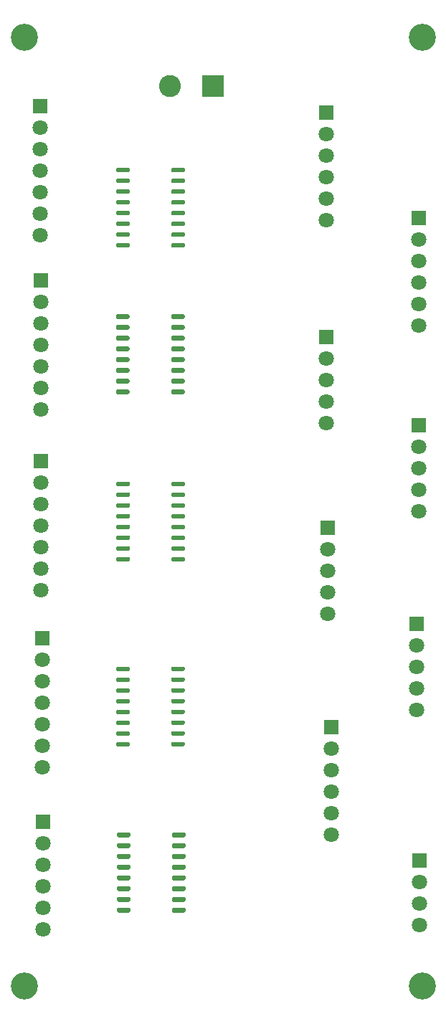
<source format=gts>
%TF.GenerationSoftware,KiCad,Pcbnew,(5.1.10-1-10_14)*%
%TF.CreationDate,2022-05-12T15:34:21+03:00*%
%TF.ProjectId,Logic_signal_amplifier,4c6f6769-635f-4736-9967-6e616c5f616d,rev?*%
%TF.SameCoordinates,Original*%
%TF.FileFunction,Soldermask,Top*%
%TF.FilePolarity,Negative*%
%FSLAX46Y46*%
G04 Gerber Fmt 4.6, Leading zero omitted, Abs format (unit mm)*
G04 Created by KiCad (PCBNEW (5.1.10-1-10_14)) date 2022-05-12 15:34:21*
%MOMM*%
%LPD*%
G01*
G04 APERTURE LIST*
%ADD10C,3.200000*%
%ADD11C,2.600000*%
%ADD12R,2.600000X2.600000*%
%ADD13C,1.800000*%
%ADD14R,1.800000X1.800000*%
G04 APERTURE END LIST*
D10*
%TO.C,H4*%
X144000000Y-147000000D03*
%TD*%
%TO.C,H3*%
X97000000Y-147000000D03*
%TD*%
%TO.C,H2*%
X144000000Y-35000000D03*
%TD*%
%TO.C,H1*%
X97000000Y-35000000D03*
%TD*%
%TO.C,U5*%
G36*
G01*
X114450000Y-129292500D02*
X114450000Y-129017500D01*
G75*
G02*
X114587500Y-128880000I137500J0D01*
G01*
X115912500Y-128880000D01*
G75*
G02*
X116050000Y-129017500I0J-137500D01*
G01*
X116050000Y-129292500D01*
G75*
G02*
X115912500Y-129430000I-137500J0D01*
G01*
X114587500Y-129430000D01*
G75*
G02*
X114450000Y-129292500I0J137500D01*
G01*
G37*
G36*
G01*
X114450000Y-130562500D02*
X114450000Y-130287500D01*
G75*
G02*
X114587500Y-130150000I137500J0D01*
G01*
X115912500Y-130150000D01*
G75*
G02*
X116050000Y-130287500I0J-137500D01*
G01*
X116050000Y-130562500D01*
G75*
G02*
X115912500Y-130700000I-137500J0D01*
G01*
X114587500Y-130700000D01*
G75*
G02*
X114450000Y-130562500I0J137500D01*
G01*
G37*
G36*
G01*
X114450000Y-131832500D02*
X114450000Y-131557500D01*
G75*
G02*
X114587500Y-131420000I137500J0D01*
G01*
X115912500Y-131420000D01*
G75*
G02*
X116050000Y-131557500I0J-137500D01*
G01*
X116050000Y-131832500D01*
G75*
G02*
X115912500Y-131970000I-137500J0D01*
G01*
X114587500Y-131970000D01*
G75*
G02*
X114450000Y-131832500I0J137500D01*
G01*
G37*
G36*
G01*
X114450000Y-133102500D02*
X114450000Y-132827500D01*
G75*
G02*
X114587500Y-132690000I137500J0D01*
G01*
X115912500Y-132690000D01*
G75*
G02*
X116050000Y-132827500I0J-137500D01*
G01*
X116050000Y-133102500D01*
G75*
G02*
X115912500Y-133240000I-137500J0D01*
G01*
X114587500Y-133240000D01*
G75*
G02*
X114450000Y-133102500I0J137500D01*
G01*
G37*
G36*
G01*
X114450000Y-134372500D02*
X114450000Y-134097500D01*
G75*
G02*
X114587500Y-133960000I137500J0D01*
G01*
X115912500Y-133960000D01*
G75*
G02*
X116050000Y-134097500I0J-137500D01*
G01*
X116050000Y-134372500D01*
G75*
G02*
X115912500Y-134510000I-137500J0D01*
G01*
X114587500Y-134510000D01*
G75*
G02*
X114450000Y-134372500I0J137500D01*
G01*
G37*
G36*
G01*
X114450000Y-135642500D02*
X114450000Y-135367500D01*
G75*
G02*
X114587500Y-135230000I137500J0D01*
G01*
X115912500Y-135230000D01*
G75*
G02*
X116050000Y-135367500I0J-137500D01*
G01*
X116050000Y-135642500D01*
G75*
G02*
X115912500Y-135780000I-137500J0D01*
G01*
X114587500Y-135780000D01*
G75*
G02*
X114450000Y-135642500I0J137500D01*
G01*
G37*
G36*
G01*
X114450000Y-136912500D02*
X114450000Y-136637500D01*
G75*
G02*
X114587500Y-136500000I137500J0D01*
G01*
X115912500Y-136500000D01*
G75*
G02*
X116050000Y-136637500I0J-137500D01*
G01*
X116050000Y-136912500D01*
G75*
G02*
X115912500Y-137050000I-137500J0D01*
G01*
X114587500Y-137050000D01*
G75*
G02*
X114450000Y-136912500I0J137500D01*
G01*
G37*
G36*
G01*
X114450000Y-138182500D02*
X114450000Y-137907500D01*
G75*
G02*
X114587500Y-137770000I137500J0D01*
G01*
X115912500Y-137770000D01*
G75*
G02*
X116050000Y-137907500I0J-137500D01*
G01*
X116050000Y-138182500D01*
G75*
G02*
X115912500Y-138320000I-137500J0D01*
G01*
X114587500Y-138320000D01*
G75*
G02*
X114450000Y-138182500I0J137500D01*
G01*
G37*
G36*
G01*
X107950000Y-138182500D02*
X107950000Y-137907500D01*
G75*
G02*
X108087500Y-137770000I137500J0D01*
G01*
X109412500Y-137770000D01*
G75*
G02*
X109550000Y-137907500I0J-137500D01*
G01*
X109550000Y-138182500D01*
G75*
G02*
X109412500Y-138320000I-137500J0D01*
G01*
X108087500Y-138320000D01*
G75*
G02*
X107950000Y-138182500I0J137500D01*
G01*
G37*
G36*
G01*
X107950000Y-136912500D02*
X107950000Y-136637500D01*
G75*
G02*
X108087500Y-136500000I137500J0D01*
G01*
X109412500Y-136500000D01*
G75*
G02*
X109550000Y-136637500I0J-137500D01*
G01*
X109550000Y-136912500D01*
G75*
G02*
X109412500Y-137050000I-137500J0D01*
G01*
X108087500Y-137050000D01*
G75*
G02*
X107950000Y-136912500I0J137500D01*
G01*
G37*
G36*
G01*
X107950000Y-135642500D02*
X107950000Y-135367500D01*
G75*
G02*
X108087500Y-135230000I137500J0D01*
G01*
X109412500Y-135230000D01*
G75*
G02*
X109550000Y-135367500I0J-137500D01*
G01*
X109550000Y-135642500D01*
G75*
G02*
X109412500Y-135780000I-137500J0D01*
G01*
X108087500Y-135780000D01*
G75*
G02*
X107950000Y-135642500I0J137500D01*
G01*
G37*
G36*
G01*
X107950000Y-134372500D02*
X107950000Y-134097500D01*
G75*
G02*
X108087500Y-133960000I137500J0D01*
G01*
X109412500Y-133960000D01*
G75*
G02*
X109550000Y-134097500I0J-137500D01*
G01*
X109550000Y-134372500D01*
G75*
G02*
X109412500Y-134510000I-137500J0D01*
G01*
X108087500Y-134510000D01*
G75*
G02*
X107950000Y-134372500I0J137500D01*
G01*
G37*
G36*
G01*
X107950000Y-133102500D02*
X107950000Y-132827500D01*
G75*
G02*
X108087500Y-132690000I137500J0D01*
G01*
X109412500Y-132690000D01*
G75*
G02*
X109550000Y-132827500I0J-137500D01*
G01*
X109550000Y-133102500D01*
G75*
G02*
X109412500Y-133240000I-137500J0D01*
G01*
X108087500Y-133240000D01*
G75*
G02*
X107950000Y-133102500I0J137500D01*
G01*
G37*
G36*
G01*
X107950000Y-131832500D02*
X107950000Y-131557500D01*
G75*
G02*
X108087500Y-131420000I137500J0D01*
G01*
X109412500Y-131420000D01*
G75*
G02*
X109550000Y-131557500I0J-137500D01*
G01*
X109550000Y-131832500D01*
G75*
G02*
X109412500Y-131970000I-137500J0D01*
G01*
X108087500Y-131970000D01*
G75*
G02*
X107950000Y-131832500I0J137500D01*
G01*
G37*
G36*
G01*
X107950000Y-130562500D02*
X107950000Y-130287500D01*
G75*
G02*
X108087500Y-130150000I137500J0D01*
G01*
X109412500Y-130150000D01*
G75*
G02*
X109550000Y-130287500I0J-137500D01*
G01*
X109550000Y-130562500D01*
G75*
G02*
X109412500Y-130700000I-137500J0D01*
G01*
X108087500Y-130700000D01*
G75*
G02*
X107950000Y-130562500I0J137500D01*
G01*
G37*
G36*
G01*
X107950000Y-129292500D02*
X107950000Y-129017500D01*
G75*
G02*
X108087500Y-128880000I137500J0D01*
G01*
X109412500Y-128880000D01*
G75*
G02*
X109550000Y-129017500I0J-137500D01*
G01*
X109550000Y-129292500D01*
G75*
G02*
X109412500Y-129430000I-137500J0D01*
G01*
X108087500Y-129430000D01*
G75*
G02*
X107950000Y-129292500I0J137500D01*
G01*
G37*
%TD*%
%TO.C,U4*%
G36*
G01*
X114350000Y-109692500D02*
X114350000Y-109417500D01*
G75*
G02*
X114487500Y-109280000I137500J0D01*
G01*
X115812500Y-109280000D01*
G75*
G02*
X115950000Y-109417500I0J-137500D01*
G01*
X115950000Y-109692500D01*
G75*
G02*
X115812500Y-109830000I-137500J0D01*
G01*
X114487500Y-109830000D01*
G75*
G02*
X114350000Y-109692500I0J137500D01*
G01*
G37*
G36*
G01*
X114350000Y-110962500D02*
X114350000Y-110687500D01*
G75*
G02*
X114487500Y-110550000I137500J0D01*
G01*
X115812500Y-110550000D01*
G75*
G02*
X115950000Y-110687500I0J-137500D01*
G01*
X115950000Y-110962500D01*
G75*
G02*
X115812500Y-111100000I-137500J0D01*
G01*
X114487500Y-111100000D01*
G75*
G02*
X114350000Y-110962500I0J137500D01*
G01*
G37*
G36*
G01*
X114350000Y-112232500D02*
X114350000Y-111957500D01*
G75*
G02*
X114487500Y-111820000I137500J0D01*
G01*
X115812500Y-111820000D01*
G75*
G02*
X115950000Y-111957500I0J-137500D01*
G01*
X115950000Y-112232500D01*
G75*
G02*
X115812500Y-112370000I-137500J0D01*
G01*
X114487500Y-112370000D01*
G75*
G02*
X114350000Y-112232500I0J137500D01*
G01*
G37*
G36*
G01*
X114350000Y-113502500D02*
X114350000Y-113227500D01*
G75*
G02*
X114487500Y-113090000I137500J0D01*
G01*
X115812500Y-113090000D01*
G75*
G02*
X115950000Y-113227500I0J-137500D01*
G01*
X115950000Y-113502500D01*
G75*
G02*
X115812500Y-113640000I-137500J0D01*
G01*
X114487500Y-113640000D01*
G75*
G02*
X114350000Y-113502500I0J137500D01*
G01*
G37*
G36*
G01*
X114350000Y-114772500D02*
X114350000Y-114497500D01*
G75*
G02*
X114487500Y-114360000I137500J0D01*
G01*
X115812500Y-114360000D01*
G75*
G02*
X115950000Y-114497500I0J-137500D01*
G01*
X115950000Y-114772500D01*
G75*
G02*
X115812500Y-114910000I-137500J0D01*
G01*
X114487500Y-114910000D01*
G75*
G02*
X114350000Y-114772500I0J137500D01*
G01*
G37*
G36*
G01*
X114350000Y-116042500D02*
X114350000Y-115767500D01*
G75*
G02*
X114487500Y-115630000I137500J0D01*
G01*
X115812500Y-115630000D01*
G75*
G02*
X115950000Y-115767500I0J-137500D01*
G01*
X115950000Y-116042500D01*
G75*
G02*
X115812500Y-116180000I-137500J0D01*
G01*
X114487500Y-116180000D01*
G75*
G02*
X114350000Y-116042500I0J137500D01*
G01*
G37*
G36*
G01*
X114350000Y-117312500D02*
X114350000Y-117037500D01*
G75*
G02*
X114487500Y-116900000I137500J0D01*
G01*
X115812500Y-116900000D01*
G75*
G02*
X115950000Y-117037500I0J-137500D01*
G01*
X115950000Y-117312500D01*
G75*
G02*
X115812500Y-117450000I-137500J0D01*
G01*
X114487500Y-117450000D01*
G75*
G02*
X114350000Y-117312500I0J137500D01*
G01*
G37*
G36*
G01*
X114350000Y-118582500D02*
X114350000Y-118307500D01*
G75*
G02*
X114487500Y-118170000I137500J0D01*
G01*
X115812500Y-118170000D01*
G75*
G02*
X115950000Y-118307500I0J-137500D01*
G01*
X115950000Y-118582500D01*
G75*
G02*
X115812500Y-118720000I-137500J0D01*
G01*
X114487500Y-118720000D01*
G75*
G02*
X114350000Y-118582500I0J137500D01*
G01*
G37*
G36*
G01*
X107850000Y-118582500D02*
X107850000Y-118307500D01*
G75*
G02*
X107987500Y-118170000I137500J0D01*
G01*
X109312500Y-118170000D01*
G75*
G02*
X109450000Y-118307500I0J-137500D01*
G01*
X109450000Y-118582500D01*
G75*
G02*
X109312500Y-118720000I-137500J0D01*
G01*
X107987500Y-118720000D01*
G75*
G02*
X107850000Y-118582500I0J137500D01*
G01*
G37*
G36*
G01*
X107850000Y-117312500D02*
X107850000Y-117037500D01*
G75*
G02*
X107987500Y-116900000I137500J0D01*
G01*
X109312500Y-116900000D01*
G75*
G02*
X109450000Y-117037500I0J-137500D01*
G01*
X109450000Y-117312500D01*
G75*
G02*
X109312500Y-117450000I-137500J0D01*
G01*
X107987500Y-117450000D01*
G75*
G02*
X107850000Y-117312500I0J137500D01*
G01*
G37*
G36*
G01*
X107850000Y-116042500D02*
X107850000Y-115767500D01*
G75*
G02*
X107987500Y-115630000I137500J0D01*
G01*
X109312500Y-115630000D01*
G75*
G02*
X109450000Y-115767500I0J-137500D01*
G01*
X109450000Y-116042500D01*
G75*
G02*
X109312500Y-116180000I-137500J0D01*
G01*
X107987500Y-116180000D01*
G75*
G02*
X107850000Y-116042500I0J137500D01*
G01*
G37*
G36*
G01*
X107850000Y-114772500D02*
X107850000Y-114497500D01*
G75*
G02*
X107987500Y-114360000I137500J0D01*
G01*
X109312500Y-114360000D01*
G75*
G02*
X109450000Y-114497500I0J-137500D01*
G01*
X109450000Y-114772500D01*
G75*
G02*
X109312500Y-114910000I-137500J0D01*
G01*
X107987500Y-114910000D01*
G75*
G02*
X107850000Y-114772500I0J137500D01*
G01*
G37*
G36*
G01*
X107850000Y-113502500D02*
X107850000Y-113227500D01*
G75*
G02*
X107987500Y-113090000I137500J0D01*
G01*
X109312500Y-113090000D01*
G75*
G02*
X109450000Y-113227500I0J-137500D01*
G01*
X109450000Y-113502500D01*
G75*
G02*
X109312500Y-113640000I-137500J0D01*
G01*
X107987500Y-113640000D01*
G75*
G02*
X107850000Y-113502500I0J137500D01*
G01*
G37*
G36*
G01*
X107850000Y-112232500D02*
X107850000Y-111957500D01*
G75*
G02*
X107987500Y-111820000I137500J0D01*
G01*
X109312500Y-111820000D01*
G75*
G02*
X109450000Y-111957500I0J-137500D01*
G01*
X109450000Y-112232500D01*
G75*
G02*
X109312500Y-112370000I-137500J0D01*
G01*
X107987500Y-112370000D01*
G75*
G02*
X107850000Y-112232500I0J137500D01*
G01*
G37*
G36*
G01*
X107850000Y-110962500D02*
X107850000Y-110687500D01*
G75*
G02*
X107987500Y-110550000I137500J0D01*
G01*
X109312500Y-110550000D01*
G75*
G02*
X109450000Y-110687500I0J-137500D01*
G01*
X109450000Y-110962500D01*
G75*
G02*
X109312500Y-111100000I-137500J0D01*
G01*
X107987500Y-111100000D01*
G75*
G02*
X107850000Y-110962500I0J137500D01*
G01*
G37*
G36*
G01*
X107850000Y-109692500D02*
X107850000Y-109417500D01*
G75*
G02*
X107987500Y-109280000I137500J0D01*
G01*
X109312500Y-109280000D01*
G75*
G02*
X109450000Y-109417500I0J-137500D01*
G01*
X109450000Y-109692500D01*
G75*
G02*
X109312500Y-109830000I-137500J0D01*
G01*
X107987500Y-109830000D01*
G75*
G02*
X107850000Y-109692500I0J137500D01*
G01*
G37*
%TD*%
%TO.C,U3*%
G36*
G01*
X114400000Y-87857500D02*
X114400000Y-87582500D01*
G75*
G02*
X114537500Y-87445000I137500J0D01*
G01*
X115862500Y-87445000D01*
G75*
G02*
X116000000Y-87582500I0J-137500D01*
G01*
X116000000Y-87857500D01*
G75*
G02*
X115862500Y-87995000I-137500J0D01*
G01*
X114537500Y-87995000D01*
G75*
G02*
X114400000Y-87857500I0J137500D01*
G01*
G37*
G36*
G01*
X114400000Y-89127500D02*
X114400000Y-88852500D01*
G75*
G02*
X114537500Y-88715000I137500J0D01*
G01*
X115862500Y-88715000D01*
G75*
G02*
X116000000Y-88852500I0J-137500D01*
G01*
X116000000Y-89127500D01*
G75*
G02*
X115862500Y-89265000I-137500J0D01*
G01*
X114537500Y-89265000D01*
G75*
G02*
X114400000Y-89127500I0J137500D01*
G01*
G37*
G36*
G01*
X114400000Y-90397500D02*
X114400000Y-90122500D01*
G75*
G02*
X114537500Y-89985000I137500J0D01*
G01*
X115862500Y-89985000D01*
G75*
G02*
X116000000Y-90122500I0J-137500D01*
G01*
X116000000Y-90397500D01*
G75*
G02*
X115862500Y-90535000I-137500J0D01*
G01*
X114537500Y-90535000D01*
G75*
G02*
X114400000Y-90397500I0J137500D01*
G01*
G37*
G36*
G01*
X114400000Y-91667500D02*
X114400000Y-91392500D01*
G75*
G02*
X114537500Y-91255000I137500J0D01*
G01*
X115862500Y-91255000D01*
G75*
G02*
X116000000Y-91392500I0J-137500D01*
G01*
X116000000Y-91667500D01*
G75*
G02*
X115862500Y-91805000I-137500J0D01*
G01*
X114537500Y-91805000D01*
G75*
G02*
X114400000Y-91667500I0J137500D01*
G01*
G37*
G36*
G01*
X114400000Y-92937500D02*
X114400000Y-92662500D01*
G75*
G02*
X114537500Y-92525000I137500J0D01*
G01*
X115862500Y-92525000D01*
G75*
G02*
X116000000Y-92662500I0J-137500D01*
G01*
X116000000Y-92937500D01*
G75*
G02*
X115862500Y-93075000I-137500J0D01*
G01*
X114537500Y-93075000D01*
G75*
G02*
X114400000Y-92937500I0J137500D01*
G01*
G37*
G36*
G01*
X114400000Y-94207500D02*
X114400000Y-93932500D01*
G75*
G02*
X114537500Y-93795000I137500J0D01*
G01*
X115862500Y-93795000D01*
G75*
G02*
X116000000Y-93932500I0J-137500D01*
G01*
X116000000Y-94207500D01*
G75*
G02*
X115862500Y-94345000I-137500J0D01*
G01*
X114537500Y-94345000D01*
G75*
G02*
X114400000Y-94207500I0J137500D01*
G01*
G37*
G36*
G01*
X114400000Y-95477500D02*
X114400000Y-95202500D01*
G75*
G02*
X114537500Y-95065000I137500J0D01*
G01*
X115862500Y-95065000D01*
G75*
G02*
X116000000Y-95202500I0J-137500D01*
G01*
X116000000Y-95477500D01*
G75*
G02*
X115862500Y-95615000I-137500J0D01*
G01*
X114537500Y-95615000D01*
G75*
G02*
X114400000Y-95477500I0J137500D01*
G01*
G37*
G36*
G01*
X114400000Y-96747500D02*
X114400000Y-96472500D01*
G75*
G02*
X114537500Y-96335000I137500J0D01*
G01*
X115862500Y-96335000D01*
G75*
G02*
X116000000Y-96472500I0J-137500D01*
G01*
X116000000Y-96747500D01*
G75*
G02*
X115862500Y-96885000I-137500J0D01*
G01*
X114537500Y-96885000D01*
G75*
G02*
X114400000Y-96747500I0J137500D01*
G01*
G37*
G36*
G01*
X107900000Y-96747500D02*
X107900000Y-96472500D01*
G75*
G02*
X108037500Y-96335000I137500J0D01*
G01*
X109362500Y-96335000D01*
G75*
G02*
X109500000Y-96472500I0J-137500D01*
G01*
X109500000Y-96747500D01*
G75*
G02*
X109362500Y-96885000I-137500J0D01*
G01*
X108037500Y-96885000D01*
G75*
G02*
X107900000Y-96747500I0J137500D01*
G01*
G37*
G36*
G01*
X107900000Y-95477500D02*
X107900000Y-95202500D01*
G75*
G02*
X108037500Y-95065000I137500J0D01*
G01*
X109362500Y-95065000D01*
G75*
G02*
X109500000Y-95202500I0J-137500D01*
G01*
X109500000Y-95477500D01*
G75*
G02*
X109362500Y-95615000I-137500J0D01*
G01*
X108037500Y-95615000D01*
G75*
G02*
X107900000Y-95477500I0J137500D01*
G01*
G37*
G36*
G01*
X107900000Y-94207500D02*
X107900000Y-93932500D01*
G75*
G02*
X108037500Y-93795000I137500J0D01*
G01*
X109362500Y-93795000D01*
G75*
G02*
X109500000Y-93932500I0J-137500D01*
G01*
X109500000Y-94207500D01*
G75*
G02*
X109362500Y-94345000I-137500J0D01*
G01*
X108037500Y-94345000D01*
G75*
G02*
X107900000Y-94207500I0J137500D01*
G01*
G37*
G36*
G01*
X107900000Y-92937500D02*
X107900000Y-92662500D01*
G75*
G02*
X108037500Y-92525000I137500J0D01*
G01*
X109362500Y-92525000D01*
G75*
G02*
X109500000Y-92662500I0J-137500D01*
G01*
X109500000Y-92937500D01*
G75*
G02*
X109362500Y-93075000I-137500J0D01*
G01*
X108037500Y-93075000D01*
G75*
G02*
X107900000Y-92937500I0J137500D01*
G01*
G37*
G36*
G01*
X107900000Y-91667500D02*
X107900000Y-91392500D01*
G75*
G02*
X108037500Y-91255000I137500J0D01*
G01*
X109362500Y-91255000D01*
G75*
G02*
X109500000Y-91392500I0J-137500D01*
G01*
X109500000Y-91667500D01*
G75*
G02*
X109362500Y-91805000I-137500J0D01*
G01*
X108037500Y-91805000D01*
G75*
G02*
X107900000Y-91667500I0J137500D01*
G01*
G37*
G36*
G01*
X107900000Y-90397500D02*
X107900000Y-90122500D01*
G75*
G02*
X108037500Y-89985000I137500J0D01*
G01*
X109362500Y-89985000D01*
G75*
G02*
X109500000Y-90122500I0J-137500D01*
G01*
X109500000Y-90397500D01*
G75*
G02*
X109362500Y-90535000I-137500J0D01*
G01*
X108037500Y-90535000D01*
G75*
G02*
X107900000Y-90397500I0J137500D01*
G01*
G37*
G36*
G01*
X107900000Y-89127500D02*
X107900000Y-88852500D01*
G75*
G02*
X108037500Y-88715000I137500J0D01*
G01*
X109362500Y-88715000D01*
G75*
G02*
X109500000Y-88852500I0J-137500D01*
G01*
X109500000Y-89127500D01*
G75*
G02*
X109362500Y-89265000I-137500J0D01*
G01*
X108037500Y-89265000D01*
G75*
G02*
X107900000Y-89127500I0J137500D01*
G01*
G37*
G36*
G01*
X107900000Y-87857500D02*
X107900000Y-87582500D01*
G75*
G02*
X108037500Y-87445000I137500J0D01*
G01*
X109362500Y-87445000D01*
G75*
G02*
X109500000Y-87582500I0J-137500D01*
G01*
X109500000Y-87857500D01*
G75*
G02*
X109362500Y-87995000I-137500J0D01*
G01*
X108037500Y-87995000D01*
G75*
G02*
X107900000Y-87857500I0J137500D01*
G01*
G37*
%TD*%
%TO.C,U2*%
G36*
G01*
X114350000Y-68092500D02*
X114350000Y-67817500D01*
G75*
G02*
X114487500Y-67680000I137500J0D01*
G01*
X115812500Y-67680000D01*
G75*
G02*
X115950000Y-67817500I0J-137500D01*
G01*
X115950000Y-68092500D01*
G75*
G02*
X115812500Y-68230000I-137500J0D01*
G01*
X114487500Y-68230000D01*
G75*
G02*
X114350000Y-68092500I0J137500D01*
G01*
G37*
G36*
G01*
X114350000Y-69362500D02*
X114350000Y-69087500D01*
G75*
G02*
X114487500Y-68950000I137500J0D01*
G01*
X115812500Y-68950000D01*
G75*
G02*
X115950000Y-69087500I0J-137500D01*
G01*
X115950000Y-69362500D01*
G75*
G02*
X115812500Y-69500000I-137500J0D01*
G01*
X114487500Y-69500000D01*
G75*
G02*
X114350000Y-69362500I0J137500D01*
G01*
G37*
G36*
G01*
X114350000Y-70632500D02*
X114350000Y-70357500D01*
G75*
G02*
X114487500Y-70220000I137500J0D01*
G01*
X115812500Y-70220000D01*
G75*
G02*
X115950000Y-70357500I0J-137500D01*
G01*
X115950000Y-70632500D01*
G75*
G02*
X115812500Y-70770000I-137500J0D01*
G01*
X114487500Y-70770000D01*
G75*
G02*
X114350000Y-70632500I0J137500D01*
G01*
G37*
G36*
G01*
X114350000Y-71902500D02*
X114350000Y-71627500D01*
G75*
G02*
X114487500Y-71490000I137500J0D01*
G01*
X115812500Y-71490000D01*
G75*
G02*
X115950000Y-71627500I0J-137500D01*
G01*
X115950000Y-71902500D01*
G75*
G02*
X115812500Y-72040000I-137500J0D01*
G01*
X114487500Y-72040000D01*
G75*
G02*
X114350000Y-71902500I0J137500D01*
G01*
G37*
G36*
G01*
X114350000Y-73172500D02*
X114350000Y-72897500D01*
G75*
G02*
X114487500Y-72760000I137500J0D01*
G01*
X115812500Y-72760000D01*
G75*
G02*
X115950000Y-72897500I0J-137500D01*
G01*
X115950000Y-73172500D01*
G75*
G02*
X115812500Y-73310000I-137500J0D01*
G01*
X114487500Y-73310000D01*
G75*
G02*
X114350000Y-73172500I0J137500D01*
G01*
G37*
G36*
G01*
X114350000Y-74442500D02*
X114350000Y-74167500D01*
G75*
G02*
X114487500Y-74030000I137500J0D01*
G01*
X115812500Y-74030000D01*
G75*
G02*
X115950000Y-74167500I0J-137500D01*
G01*
X115950000Y-74442500D01*
G75*
G02*
X115812500Y-74580000I-137500J0D01*
G01*
X114487500Y-74580000D01*
G75*
G02*
X114350000Y-74442500I0J137500D01*
G01*
G37*
G36*
G01*
X114350000Y-75712500D02*
X114350000Y-75437500D01*
G75*
G02*
X114487500Y-75300000I137500J0D01*
G01*
X115812500Y-75300000D01*
G75*
G02*
X115950000Y-75437500I0J-137500D01*
G01*
X115950000Y-75712500D01*
G75*
G02*
X115812500Y-75850000I-137500J0D01*
G01*
X114487500Y-75850000D01*
G75*
G02*
X114350000Y-75712500I0J137500D01*
G01*
G37*
G36*
G01*
X114350000Y-76982500D02*
X114350000Y-76707500D01*
G75*
G02*
X114487500Y-76570000I137500J0D01*
G01*
X115812500Y-76570000D01*
G75*
G02*
X115950000Y-76707500I0J-137500D01*
G01*
X115950000Y-76982500D01*
G75*
G02*
X115812500Y-77120000I-137500J0D01*
G01*
X114487500Y-77120000D01*
G75*
G02*
X114350000Y-76982500I0J137500D01*
G01*
G37*
G36*
G01*
X107850000Y-76982500D02*
X107850000Y-76707500D01*
G75*
G02*
X107987500Y-76570000I137500J0D01*
G01*
X109312500Y-76570000D01*
G75*
G02*
X109450000Y-76707500I0J-137500D01*
G01*
X109450000Y-76982500D01*
G75*
G02*
X109312500Y-77120000I-137500J0D01*
G01*
X107987500Y-77120000D01*
G75*
G02*
X107850000Y-76982500I0J137500D01*
G01*
G37*
G36*
G01*
X107850000Y-75712500D02*
X107850000Y-75437500D01*
G75*
G02*
X107987500Y-75300000I137500J0D01*
G01*
X109312500Y-75300000D01*
G75*
G02*
X109450000Y-75437500I0J-137500D01*
G01*
X109450000Y-75712500D01*
G75*
G02*
X109312500Y-75850000I-137500J0D01*
G01*
X107987500Y-75850000D01*
G75*
G02*
X107850000Y-75712500I0J137500D01*
G01*
G37*
G36*
G01*
X107850000Y-74442500D02*
X107850000Y-74167500D01*
G75*
G02*
X107987500Y-74030000I137500J0D01*
G01*
X109312500Y-74030000D01*
G75*
G02*
X109450000Y-74167500I0J-137500D01*
G01*
X109450000Y-74442500D01*
G75*
G02*
X109312500Y-74580000I-137500J0D01*
G01*
X107987500Y-74580000D01*
G75*
G02*
X107850000Y-74442500I0J137500D01*
G01*
G37*
G36*
G01*
X107850000Y-73172500D02*
X107850000Y-72897500D01*
G75*
G02*
X107987500Y-72760000I137500J0D01*
G01*
X109312500Y-72760000D01*
G75*
G02*
X109450000Y-72897500I0J-137500D01*
G01*
X109450000Y-73172500D01*
G75*
G02*
X109312500Y-73310000I-137500J0D01*
G01*
X107987500Y-73310000D01*
G75*
G02*
X107850000Y-73172500I0J137500D01*
G01*
G37*
G36*
G01*
X107850000Y-71902500D02*
X107850000Y-71627500D01*
G75*
G02*
X107987500Y-71490000I137500J0D01*
G01*
X109312500Y-71490000D01*
G75*
G02*
X109450000Y-71627500I0J-137500D01*
G01*
X109450000Y-71902500D01*
G75*
G02*
X109312500Y-72040000I-137500J0D01*
G01*
X107987500Y-72040000D01*
G75*
G02*
X107850000Y-71902500I0J137500D01*
G01*
G37*
G36*
G01*
X107850000Y-70632500D02*
X107850000Y-70357500D01*
G75*
G02*
X107987500Y-70220000I137500J0D01*
G01*
X109312500Y-70220000D01*
G75*
G02*
X109450000Y-70357500I0J-137500D01*
G01*
X109450000Y-70632500D01*
G75*
G02*
X109312500Y-70770000I-137500J0D01*
G01*
X107987500Y-70770000D01*
G75*
G02*
X107850000Y-70632500I0J137500D01*
G01*
G37*
G36*
G01*
X107850000Y-69362500D02*
X107850000Y-69087500D01*
G75*
G02*
X107987500Y-68950000I137500J0D01*
G01*
X109312500Y-68950000D01*
G75*
G02*
X109450000Y-69087500I0J-137500D01*
G01*
X109450000Y-69362500D01*
G75*
G02*
X109312500Y-69500000I-137500J0D01*
G01*
X107987500Y-69500000D01*
G75*
G02*
X107850000Y-69362500I0J137500D01*
G01*
G37*
G36*
G01*
X107850000Y-68092500D02*
X107850000Y-67817500D01*
G75*
G02*
X107987500Y-67680000I137500J0D01*
G01*
X109312500Y-67680000D01*
G75*
G02*
X109450000Y-67817500I0J-137500D01*
G01*
X109450000Y-68092500D01*
G75*
G02*
X109312500Y-68230000I-137500J0D01*
G01*
X107987500Y-68230000D01*
G75*
G02*
X107850000Y-68092500I0J137500D01*
G01*
G37*
%TD*%
%TO.C,U1*%
G36*
G01*
X114350000Y-50792500D02*
X114350000Y-50517500D01*
G75*
G02*
X114487500Y-50380000I137500J0D01*
G01*
X115812500Y-50380000D01*
G75*
G02*
X115950000Y-50517500I0J-137500D01*
G01*
X115950000Y-50792500D01*
G75*
G02*
X115812500Y-50930000I-137500J0D01*
G01*
X114487500Y-50930000D01*
G75*
G02*
X114350000Y-50792500I0J137500D01*
G01*
G37*
G36*
G01*
X114350000Y-52062500D02*
X114350000Y-51787500D01*
G75*
G02*
X114487500Y-51650000I137500J0D01*
G01*
X115812500Y-51650000D01*
G75*
G02*
X115950000Y-51787500I0J-137500D01*
G01*
X115950000Y-52062500D01*
G75*
G02*
X115812500Y-52200000I-137500J0D01*
G01*
X114487500Y-52200000D01*
G75*
G02*
X114350000Y-52062500I0J137500D01*
G01*
G37*
G36*
G01*
X114350000Y-53332500D02*
X114350000Y-53057500D01*
G75*
G02*
X114487500Y-52920000I137500J0D01*
G01*
X115812500Y-52920000D01*
G75*
G02*
X115950000Y-53057500I0J-137500D01*
G01*
X115950000Y-53332500D01*
G75*
G02*
X115812500Y-53470000I-137500J0D01*
G01*
X114487500Y-53470000D01*
G75*
G02*
X114350000Y-53332500I0J137500D01*
G01*
G37*
G36*
G01*
X114350000Y-54602500D02*
X114350000Y-54327500D01*
G75*
G02*
X114487500Y-54190000I137500J0D01*
G01*
X115812500Y-54190000D01*
G75*
G02*
X115950000Y-54327500I0J-137500D01*
G01*
X115950000Y-54602500D01*
G75*
G02*
X115812500Y-54740000I-137500J0D01*
G01*
X114487500Y-54740000D01*
G75*
G02*
X114350000Y-54602500I0J137500D01*
G01*
G37*
G36*
G01*
X114350000Y-55872500D02*
X114350000Y-55597500D01*
G75*
G02*
X114487500Y-55460000I137500J0D01*
G01*
X115812500Y-55460000D01*
G75*
G02*
X115950000Y-55597500I0J-137500D01*
G01*
X115950000Y-55872500D01*
G75*
G02*
X115812500Y-56010000I-137500J0D01*
G01*
X114487500Y-56010000D01*
G75*
G02*
X114350000Y-55872500I0J137500D01*
G01*
G37*
G36*
G01*
X114350000Y-57142500D02*
X114350000Y-56867500D01*
G75*
G02*
X114487500Y-56730000I137500J0D01*
G01*
X115812500Y-56730000D01*
G75*
G02*
X115950000Y-56867500I0J-137500D01*
G01*
X115950000Y-57142500D01*
G75*
G02*
X115812500Y-57280000I-137500J0D01*
G01*
X114487500Y-57280000D01*
G75*
G02*
X114350000Y-57142500I0J137500D01*
G01*
G37*
G36*
G01*
X114350000Y-58412500D02*
X114350000Y-58137500D01*
G75*
G02*
X114487500Y-58000000I137500J0D01*
G01*
X115812500Y-58000000D01*
G75*
G02*
X115950000Y-58137500I0J-137500D01*
G01*
X115950000Y-58412500D01*
G75*
G02*
X115812500Y-58550000I-137500J0D01*
G01*
X114487500Y-58550000D01*
G75*
G02*
X114350000Y-58412500I0J137500D01*
G01*
G37*
G36*
G01*
X114350000Y-59682500D02*
X114350000Y-59407500D01*
G75*
G02*
X114487500Y-59270000I137500J0D01*
G01*
X115812500Y-59270000D01*
G75*
G02*
X115950000Y-59407500I0J-137500D01*
G01*
X115950000Y-59682500D01*
G75*
G02*
X115812500Y-59820000I-137500J0D01*
G01*
X114487500Y-59820000D01*
G75*
G02*
X114350000Y-59682500I0J137500D01*
G01*
G37*
G36*
G01*
X107850000Y-59682500D02*
X107850000Y-59407500D01*
G75*
G02*
X107987500Y-59270000I137500J0D01*
G01*
X109312500Y-59270000D01*
G75*
G02*
X109450000Y-59407500I0J-137500D01*
G01*
X109450000Y-59682500D01*
G75*
G02*
X109312500Y-59820000I-137500J0D01*
G01*
X107987500Y-59820000D01*
G75*
G02*
X107850000Y-59682500I0J137500D01*
G01*
G37*
G36*
G01*
X107850000Y-58412500D02*
X107850000Y-58137500D01*
G75*
G02*
X107987500Y-58000000I137500J0D01*
G01*
X109312500Y-58000000D01*
G75*
G02*
X109450000Y-58137500I0J-137500D01*
G01*
X109450000Y-58412500D01*
G75*
G02*
X109312500Y-58550000I-137500J0D01*
G01*
X107987500Y-58550000D01*
G75*
G02*
X107850000Y-58412500I0J137500D01*
G01*
G37*
G36*
G01*
X107850000Y-57142500D02*
X107850000Y-56867500D01*
G75*
G02*
X107987500Y-56730000I137500J0D01*
G01*
X109312500Y-56730000D01*
G75*
G02*
X109450000Y-56867500I0J-137500D01*
G01*
X109450000Y-57142500D01*
G75*
G02*
X109312500Y-57280000I-137500J0D01*
G01*
X107987500Y-57280000D01*
G75*
G02*
X107850000Y-57142500I0J137500D01*
G01*
G37*
G36*
G01*
X107850000Y-55872500D02*
X107850000Y-55597500D01*
G75*
G02*
X107987500Y-55460000I137500J0D01*
G01*
X109312500Y-55460000D01*
G75*
G02*
X109450000Y-55597500I0J-137500D01*
G01*
X109450000Y-55872500D01*
G75*
G02*
X109312500Y-56010000I-137500J0D01*
G01*
X107987500Y-56010000D01*
G75*
G02*
X107850000Y-55872500I0J137500D01*
G01*
G37*
G36*
G01*
X107850000Y-54602500D02*
X107850000Y-54327500D01*
G75*
G02*
X107987500Y-54190000I137500J0D01*
G01*
X109312500Y-54190000D01*
G75*
G02*
X109450000Y-54327500I0J-137500D01*
G01*
X109450000Y-54602500D01*
G75*
G02*
X109312500Y-54740000I-137500J0D01*
G01*
X107987500Y-54740000D01*
G75*
G02*
X107850000Y-54602500I0J137500D01*
G01*
G37*
G36*
G01*
X107850000Y-53332500D02*
X107850000Y-53057500D01*
G75*
G02*
X107987500Y-52920000I137500J0D01*
G01*
X109312500Y-52920000D01*
G75*
G02*
X109450000Y-53057500I0J-137500D01*
G01*
X109450000Y-53332500D01*
G75*
G02*
X109312500Y-53470000I-137500J0D01*
G01*
X107987500Y-53470000D01*
G75*
G02*
X107850000Y-53332500I0J137500D01*
G01*
G37*
G36*
G01*
X107850000Y-52062500D02*
X107850000Y-51787500D01*
G75*
G02*
X107987500Y-51650000I137500J0D01*
G01*
X109312500Y-51650000D01*
G75*
G02*
X109450000Y-51787500I0J-137500D01*
G01*
X109450000Y-52062500D01*
G75*
G02*
X109312500Y-52200000I-137500J0D01*
G01*
X107987500Y-52200000D01*
G75*
G02*
X107850000Y-52062500I0J137500D01*
G01*
G37*
G36*
G01*
X107850000Y-50792500D02*
X107850000Y-50517500D01*
G75*
G02*
X107987500Y-50380000I137500J0D01*
G01*
X109312500Y-50380000D01*
G75*
G02*
X109450000Y-50517500I0J-137500D01*
G01*
X109450000Y-50792500D01*
G75*
G02*
X109312500Y-50930000I-137500J0D01*
G01*
X107987500Y-50930000D01*
G75*
G02*
X107850000Y-50792500I0J137500D01*
G01*
G37*
%TD*%
D11*
%TO.C,J14*%
X114220000Y-40700000D03*
D12*
X119300000Y-40700000D03*
%TD*%
D13*
%TO.C,J13*%
X143700000Y-139820000D03*
X143700000Y-134740000D03*
D14*
X143700000Y-132200000D03*
D13*
X143700000Y-137280000D03*
%TD*%
D14*
%TO.C,J12*%
X133300000Y-116400000D03*
D13*
X133300000Y-118940000D03*
X133300000Y-121480000D03*
X133300000Y-124020000D03*
X133300000Y-126560000D03*
X133300000Y-129100000D03*
%TD*%
%TO.C,J11*%
X143300000Y-114360000D03*
X143300000Y-111820000D03*
X143300000Y-109280000D03*
X143300000Y-106740000D03*
D14*
X143300000Y-104200000D03*
%TD*%
D13*
%TO.C,J10*%
X132800000Y-103060000D03*
X132800000Y-100520000D03*
X132800000Y-97980000D03*
X132800000Y-95440000D03*
D14*
X132800000Y-92900000D03*
%TD*%
D13*
%TO.C,J9*%
X143600000Y-90960000D03*
X143600000Y-88420000D03*
X143600000Y-85880000D03*
X143600000Y-83340000D03*
D14*
X143600000Y-80800000D03*
%TD*%
D13*
%TO.C,J8*%
X132700000Y-80560000D03*
X132700000Y-78020000D03*
X132700000Y-75480000D03*
X132700000Y-72940000D03*
D14*
X132700000Y-70400000D03*
%TD*%
%TO.C,J7*%
X143600000Y-56300000D03*
D13*
X143600000Y-58840000D03*
X143600000Y-61380000D03*
X143600000Y-63920000D03*
X143600000Y-66460000D03*
X143600000Y-69000000D03*
%TD*%
D14*
%TO.C,J6*%
X132700000Y-43900000D03*
D13*
X132700000Y-46440000D03*
X132700000Y-48980000D03*
X132700000Y-51520000D03*
X132700000Y-54060000D03*
X132700000Y-56600000D03*
%TD*%
D14*
%TO.C,J5*%
X99200000Y-127600000D03*
D13*
X99200000Y-130140000D03*
X99200000Y-132680000D03*
X99200000Y-135220000D03*
X99200000Y-137760000D03*
X99200000Y-140300000D03*
%TD*%
%TO.C,J4*%
X99100000Y-113520000D03*
X99100000Y-110980000D03*
X99100000Y-118600000D03*
D14*
X99100000Y-105900000D03*
D13*
X99100000Y-116060000D03*
X99100000Y-108440000D03*
X99100000Y-121140000D03*
%TD*%
%TO.C,J3*%
X99000000Y-92660000D03*
X99000000Y-90120000D03*
X99000000Y-97740000D03*
D14*
X99000000Y-85040000D03*
D13*
X99000000Y-95200000D03*
X99000000Y-87580000D03*
X99000000Y-100280000D03*
%TD*%
%TO.C,J2*%
X99000000Y-71320000D03*
X99000000Y-68780000D03*
X99000000Y-76400000D03*
D14*
X99000000Y-63700000D03*
D13*
X99000000Y-73860000D03*
X99000000Y-66240000D03*
X99000000Y-78940000D03*
%TD*%
%TO.C,J1*%
X98900000Y-50720000D03*
X98900000Y-48180000D03*
X98900000Y-55800000D03*
D14*
X98900000Y-43100000D03*
D13*
X98900000Y-53260000D03*
X98900000Y-45640000D03*
X98900000Y-58340000D03*
%TD*%
M02*

</source>
